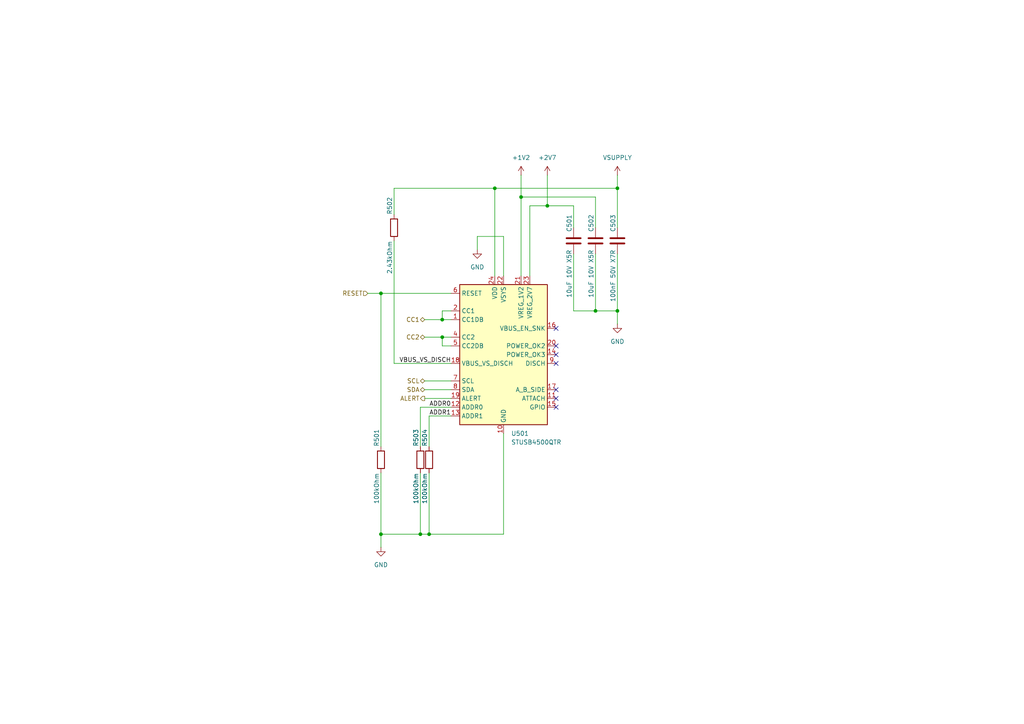
<source format=kicad_sch>
(kicad_sch (version 20231120) (generator "eeschema") (generator_version "8.0")
  (paper "A4")
  (title_block (title "Variable USB power supply") (date "2024-04-23") (rev "1") (company "Sarif"))
  (lib_symbols
    (symbol "Device:C" (pin_numbers hide) (pin_names (offset 0.254))
      (property "Reference" "C" (at 0.635 2.54 0))
      (property "Value" "C" (at 0.635 -2.54 0))
      (symbol "C_0_1"
        (polyline (pts (xy -2.032 -0.762) (xy 2.032 -0.762)) (stroke (width 0.508)))
        (polyline (pts (xy -2.032 0.762) (xy 2.032 0.762)) (stroke (width 0.508)))
      )
      (symbol "C_1_1"
        (pin passive line (at 0 3.81 270) (length 2.794) (name "~") (number "1"))
        (pin passive line (at 0 -3.81 90) (length 2.794) (name "~") (number "2"))
      )
    )
    (symbol "Device:R" (pin_numbers hide) (pin_names (offset 0))
      (property "Reference" "R" (at 2.032 0 90))
      (property "Value" "R" (at 0 0 90))
      (symbol "R_0_1"
        (rectangle (start -1.016 -2.54) (end 1.016 2.54) (stroke (width 0.254)))
      )
      (symbol "R_1_1"
        (pin passive line (at 0 3.81 270) (length 1.27) (name "~") (number "1"))
        (pin passive line (at 0 -3.81 90) (length 1.27) (name "~") (number "2"))
      )
    )
    (symbol "Interface_USB:STUSB4500QTR"
      (property "Reference" "U" (at -12.7 21.59 0))
      (property "Value" "STUSB4500QTR" (at 8.89 -21.59 0))
      (symbol "STUSB4500QTR_0_1"
        (rectangle (start -12.7 20.32) (end 12.7 -20.32) (stroke (width 0.254)) (fill (type background)))
      )
      (symbol "STUSB4500QTR_1_1"
        (pin bidirectional line (at -15.24 10.16 0) (length 2.54) (name "CC1DB") (number "1"))
        (pin power_in line (at 0 -22.86 90) (length 2.54) (name "GND") (number "10"))
        (pin open_collector line (at 15.24 -12.7 180) (length 2.54) (name "ATTACH") (number "11"))
        (pin input line (at -15.24 -15.24 0) (length 2.54) (name "ADDR0") (number "12"))
        (pin input line (at -15.24 -17.78 0) (length 2.54) (name "ADDR1") (number "13"))
        (pin open_collector line (at 15.24 0 180) (length 2.54) (name "POWER_OK3") (number "14"))
        (pin open_collector line (at 15.24 -15.24 180) (length 2.54) (name "GPIO") (number "15"))
        (pin open_collector line (at 15.24 7.62 180) (length 2.54) (name "VBUS_EN_SNK") (number "16"))
        (pin open_collector line (at 15.24 -10.16 180) (length 2.54) (name "A_B_SIDE") (number "17"))
        (pin input line (at -15.24 -2.54 0) (length 2.54) (name "VBUS_VS_DISCH") (number "18"))
        (pin open_collector line (at -15.24 -12.7 0) (length 2.54) (name "ALERT") (number "19"))
        (pin bidirectional line (at -15.24 12.7 0) (length 2.54) (name "CC1") (number "2"))
        (pin open_collector line (at 15.24 2.54 180) (length 2.54) (name "POWER_OK2") (number "20"))
        (pin power_out line (at 5.08 22.86 270) (length 2.54) (name "VREG_1V2") (number "21"))
        (pin power_in line (at 0 22.86 270) (length 2.54) (name "VSYS") (number "22"))
        (pin power_out line (at 7.62 22.86 270) (length 2.54) (name "VREG_2V7") (number "23"))
        (pin power_in line (at -2.54 22.86 270) (length 2.54) (name "VDD") (number "24"))
        (pin passive line (at 0 -22.86 90) (length 2.54) hide (name "GND") (number "25"))
        (pin no_connect line (at -12.7 15.24 0) (length 2.54) hide (name "NC") (number "3"))
        (pin bidirectional line (at -15.24 5.08 0) (length 2.54) (name "CC2") (number "4"))
        (pin bidirectional line (at -15.24 2.54 0) (length 2.54) (name "CC2DB") (number "5"))
        (pin input line (at -15.24 17.78 0) (length 2.54) (name "RESET") (number "6"))
        (pin input line (at -15.24 -7.62 0) (length 2.54) (name "SCL") (number "7"))
        (pin bidirectional line (at -15.24 -10.16 0) (length 2.54) (name "SDA") (number "8"))
        (pin bidirectional line (at 15.24 -2.54 180) (length 2.54) (name "DISCH") (number "9"))
      )
    )
    (symbol "power:+1V2" (power) (pin_numbers hide) (pin_names (offset 0) hide)
      (property "Value" "+1V2" (at 0 3.556 0))
      (symbol "+1V2_0_1"
        (polyline (pts (xy -0.762 1.27) (xy 0 2.54)))
        (polyline (pts (xy 0 0) (xy 0 2.54)))
        (polyline (pts (xy 0 2.54) (xy 0.762 1.27)))
      )
      (symbol "+1V2_1_1"
        (pin power_in line (at 0 0 90) (length 0) (name "~") (number "1"))
      )
    )
    (symbol "power:GND" (power) (pin_numbers hide) (pin_names (offset 0) hide)
      (property "Value" "GND" (at 0 -3.81 0))
      (symbol "GND_0_1"
        (polyline (pts (xy 0 0) (xy 0 -1.27) (xy 1.27 -1.27) (xy 0 -2.54) (xy -1.27 -1.27) (xy 0 -1.27)))
      )
      (symbol "GND_1_1"
        (pin power_in line (at 0 0 270) (length 0) (name "~") (number "1"))
      )
    )
    (symbol "power:VBUS" (power) (pin_numbers hide) (pin_names (offset 0) hide)
      (property "Value" "VBUS" (at 0 3.556 0))
      (symbol "VBUS_0_1"
        (polyline (pts (xy -0.762 1.27) (xy 0 2.54)))
        (polyline (pts (xy 0 0) (xy 0 2.54)))
        (polyline (pts (xy 0 2.54) (xy 0.762 1.27)))
      )
      (symbol "VBUS_1_1"
        (pin power_in line (at 0 0 90) (length 0) (name "~") (number "1"))
      )
    )
  )
  (junction (at 143.51 54.61))
  (junction (at 124.46 154.94))
  (junction (at 121.92 154.94))
  (junction (at 158.75 59.69))
  (junction (at 179.07 54.61))
  (junction (at 128.27 92.71))
  (junction (at 128.27 97.79))
  (junction (at 151.13 57.15))
  (junction (at 172.72 90.17))
  (junction (at 110.49 154.94))
  (junction (at 179.07 90.17))
  (junction (at 110.49 85.09))
  (no_connect (at 161.29 95.25))
  (no_connect (at 161.29 105.41))
  (no_connect (at 161.29 115.57))
  (no_connect (at 161.29 118.11))
  (no_connect (at 161.29 100.33))
  (no_connect (at 161.29 113.03))
  (no_connect (at 161.29 102.87))
  (wire (pts (xy 114.3 54.61) (xy 143.51 54.61)))
  (wire (pts (xy 179.07 50.8) (xy 179.07 54.61)))
  (wire (pts (xy 158.75 59.69) (xy 166.37 59.69)))
  (wire (pts (xy 146.05 68.58) (xy 146.05 80.01)))
  (wire (pts (xy 128.27 97.79) (xy 130.81 97.79)))
  (wire (pts (xy 130.81 100.33) (xy 128.27 100.33)))
  (wire (pts (xy 121.92 154.94) (xy 124.46 154.94)))
  (wire (pts (xy 153.67 59.69) (xy 158.75 59.69)))
  (wire (pts (xy 128.27 100.33) (xy 128.27 97.79)))
  (wire (pts (xy 128.27 92.71) (xy 130.81 92.71)))
  (wire (pts (xy 121.92 118.11) (xy 130.81 118.11)))
  (wire (pts (xy 106.68 85.09) (xy 110.49 85.09)))
  (wire (pts (xy 172.72 57.15) (xy 151.13 57.15)))
  (wire (pts (xy 166.37 59.69) (xy 166.37 66.04)))
  (wire (pts (xy 124.46 120.65) (xy 130.81 120.65)))
  (wire (pts (xy 124.46 137.16) (xy 124.46 154.94)))
  (wire (pts (xy 138.43 68.58) (xy 146.05 68.58)))
  (wire (pts (xy 130.81 90.17) (xy 128.27 90.17)))
  (wire (pts (xy 166.37 73.66) (xy 166.37 90.17)))
  (wire (pts (xy 138.43 72.39) (xy 138.43 68.58)))
  (wire (pts (xy 123.19 110.49) (xy 130.81 110.49)))
  (wire (pts (xy 179.07 90.17) (xy 179.07 73.66)))
  (wire (pts (xy 110.49 154.94) (xy 121.92 154.94)))
  (wire (pts (xy 124.46 129.54) (xy 124.46 120.65)))
  (wire (pts (xy 121.92 137.16) (xy 121.92 154.94)))
  (wire (pts (xy 151.13 50.8) (xy 151.13 57.15)))
  (wire (pts (xy 110.49 137.16) (xy 110.49 154.94)))
  (wire (pts (xy 151.13 57.15) (xy 151.13 80.01)))
  (wire (pts (xy 121.92 129.54) (xy 121.92 118.11)))
  (wire (pts (xy 114.3 62.23) (xy 114.3 54.61)))
  (wire (pts (xy 143.51 80.01) (xy 143.51 54.61)))
  (wire (pts (xy 110.49 129.54) (xy 110.49 85.09)))
  (wire (pts (xy 172.72 73.66) (xy 172.72 90.17)))
  (wire (pts (xy 130.81 105.41) (xy 114.3 105.41)))
  (wire (pts (xy 123.19 115.57) (xy 130.81 115.57)))
  (wire (pts (xy 166.37 90.17) (xy 172.72 90.17)))
  (wire (pts (xy 146.05 154.94) (xy 146.05 125.73)))
  (wire (pts (xy 179.07 90.17) (xy 179.07 93.98)))
  (wire (pts (xy 179.07 54.61) (xy 179.07 66.04)))
  (wire (pts (xy 124.46 154.94) (xy 146.05 154.94)))
  (wire (pts (xy 172.72 66.04) (xy 172.72 57.15)))
  (wire (pts (xy 114.3 105.41) (xy 114.3 69.85)))
  (wire (pts (xy 123.19 113.03) (xy 130.81 113.03)))
  (wire (pts (xy 153.67 80.01) (xy 153.67 59.69)))
  (wire (pts (xy 172.72 90.17) (xy 179.07 90.17)))
  (wire (pts (xy 110.49 154.94) (xy 110.49 158.75)))
  (wire (pts (xy 123.19 92.71) (xy 128.27 92.71)))
  (wire (pts (xy 110.49 85.09) (xy 130.81 85.09)))
  (wire (pts (xy 128.27 90.17) (xy 128.27 92.71)))
  (wire (pts (xy 123.19 97.79) (xy 128.27 97.79)))
  (wire (pts (xy 158.75 50.8) (xy 158.75 59.69)))
  (wire (pts (xy 143.51 54.61) (xy 179.07 54.61)))
  (label "ADDR0" (at 130.81 118.11 180))
  (label "ADDR1" (at 130.81 120.65 180))
  (label "VBUS_VS_DISCH" (at 130.81 105.41 180))
  (hierarchical_label "RESET" (shape input) (at 106.68 85.09 180))
  (hierarchical_label "CC1" (shape bidirectional) (at 123.19 92.71 180))
  (hierarchical_label "SDA" (shape bidirectional) (at 123.19 113.03 180))
  (hierarchical_label "ALERT" (shape output) (at 123.19 115.57 180))
  (hierarchical_label "SCL" (shape bidirectional) (at 123.19 110.49 180))
  (hierarchical_label "CC2" (shape bidirectional) (at 123.19 97.79 180))
  (symbol (lib_id "Device:R") (at 110.49 133.35 180) (unit 1)
    (property "Reference" "R501" (at 109.22 129.54 90) (effects (justify right)))
    (property "Value" "100kOhm" (at 109.22 137.16 90) (effects (justify left)))
    (property "Footprint" "Resistor_SMD:R_0402_1005Metric" (effects (hide yes)))
    (property "LCSC" "C25741" (effects (hide yes)))
  )
  (symbol (lib_id "Device:C") (at 172.72 69.85 0) (unit 1)
    (property "Reference" "C502" (at 171.45 67.31 90) (effects (justify left)))
    (property "Value" "10uF 10V X5R" (at 171.45 72.39 90) (effects (justify right)))
    (property "Footprint" "Capacitor_SMD:C_0402_1005Metric" (effects (hide yes)))
    (property "Description" "Unpolarized capacitor" (effects (hide yes)))
    (property "LCSC" "C408132" (effects (hide yes)))
    (property "MFR" "Murata" (effects (hide yes)))
    (property "MPN" "GRM155R61A106ME11D" (effects (hide yes)))
  )
  (symbol (lib_id "power:VBUS") (at 179.07 50.8 0) (unit 1)
    (property "Reference" "#PWR0505" (effects (hide yes)))
    (property "Value" "VSUPPLY" (at 179.07 45.72 0))
    (property "Description" "Power symbol creates a global label with name \"VBUS\"" (effects (hide yes)))
  )
  (symbol (lib_id "power:+1V2") (at 151.13 50.8 0) (unit 1)
    (property "Reference" "#PWR0503" (effects (hide yes)))
    (property "Value" "+1V2" (at 151.13 45.72 0))
    (property "Description" "Power symbol creates a global label with name \"+1V2\"" (effects (hide yes)))
  )
  (symbol (lib_id "power:GND") (at 179.07 93.98 0) (unit 1)
    (property "Reference" "#PWR0506" (effects (hide yes)))
    (property "Value" "GND" (at 179.07 99.06 0))
    (property "Description" "Power symbol creates a global label with name \"GND\" , ground" (effects (hide yes)))
  )
  (symbol (lib_id "Device:R") (at 121.92 133.35 180) (unit 1)
    (property "Reference" "R503" (at 120.65 129.54 90) (effects (justify right)))
    (property "Value" "100kOhm" (at 120.65 137.16 90) (effects (justify left)))
    (property "Footprint" "Resistor_SMD:R_0402_1005Metric" (effects (hide yes)))
    (property "LCSC" "C25741" (effects (hide yes)))
  )
  (symbol (lib_id "power:+1V2") (at 158.75 50.8 0) (unit 1)
    (property "Reference" "#PWR0504" (effects (hide yes)))
    (property "Value" "+2V7" (at 158.75 45.72 0))
    (property "Description" "Power symbol creates a global label with name \"+1V2\"" (effects (hide yes)))
  )
  (symbol (lib_id "power:GND") (at 110.49 158.75 0) (unit 1)
    (property "Reference" "#PWR0501" (effects (hide yes)))
    (property "Value" "GND" (at 110.49 163.83 0))
    (property "Description" "Power symbol creates a global label with name \"GND\" , ground" (effects (hide yes)))
  )
  (symbol (lib_id "Interface_USB:STUSB4500QTR") (at 146.05 102.87 0) (unit 1)
    (property "Reference" "U501" (at 148.2441 125.73 0) (effects (justify left)))
    (property "Value" "STUSB4500QTR" (at 148.2441 128.27 0) (effects (justify left)))
    (property "Footprint" "Package_DFN_QFN:QFN-24-1EP_4x4mm_P0.5mm_EP2.7x2.7mm" (effects (hide yes)))
    (property "Datasheet" "https://www.st.com/resource/en/datasheet/stusb4500.pdf" (effects (hide yes)))
    (property "Description" "Stand-alone USB PD controller (with sink Auto-run mode), QFN-24" (effects (hide yes)))
    (property "LCSC" "C2678061" (effects (hide yes)))
  )
  (symbol (lib_id "Device:R") (at 114.3 66.04 180) (unit 1)
    (property "Reference" "R502" (at 113.03 62.23 90) (effects (justify right)))
    (property "Value" "2.43kOhm" (at 113.03 69.85 90) (effects (justify left)))
    (property "Footprint" "Resistor_SMD:R_0402_1005Metric" (effects (hide yes)))
    (property "LCSC" "C853891" (effects (hide yes)))
  )
  (symbol (lib_id "power:GND") (at 138.43 72.39 0) (unit 1)
    (property "Reference" "#PWR0502" (effects (hide yes)))
    (property "Value" "GND" (at 138.43 77.47 0))
    (property "Description" "Power symbol creates a global label with name \"GND\" , ground" (effects (hide yes)))
  )
  (symbol (lib_id "Device:C") (at 179.07 69.85 0) (unit 1)
    (property "Reference" "C503" (at 177.8 67.31 90) (effects (justify left)))
    (property "Value" "100nF 50V X7R" (at 177.8 72.39 90) (effects (justify right)))
    (property "Footprint" "Capacitor_SMD:C_0402_1005Metric" (effects (hide yes)))
    (property "Description" "Unpolarized capacitor" (effects (hide yes)))
    (property "LCSC" "C307331" (effects (hide yes)))
    (property "MFR" "Samsung" (effects (hide yes)))
    (property "MPN" "CL05B104KB54PNC" (effects (hide yes)))
  )
  (symbol (lib_id "Device:C") (at 166.37 69.85 0) (unit 1)
    (property "Reference" "C501" (at 165.1 67.31 90) (effects (justify left)))
    (property "Value" "10uF 10V X5R" (at 165.1 72.39 90) (effects (justify right)))
    (property "Footprint" "Capacitor_SMD:C_0402_1005Metric" (effects (hide yes)))
    (property "Description" "Unpolarized capacitor" (effects (hide yes)))
    (property "LCSC" "C408132" (effects (hide yes)))
    (property "MFR" "Murata" (effects (hide yes)))
    (property "MPN" "GRM155R61A106ME11D" (effects (hide yes)))
  )
  (symbol (lib_id "Device:R") (at 124.46 133.35 180) (unit 1)
    (property "Reference" "R504" (at 123.19 129.54 90) (effects (justify right)))
    (property "Value" "100kOhm" (at 123.19 137.16 90) (effects (justify left)))
    (property "Footprint" "Resistor_SMD:R_0402_1005Metric" (effects (hide yes)))
    (property "LCSC" "C25741" (effects (hide yes)))
  )
)
</source>
